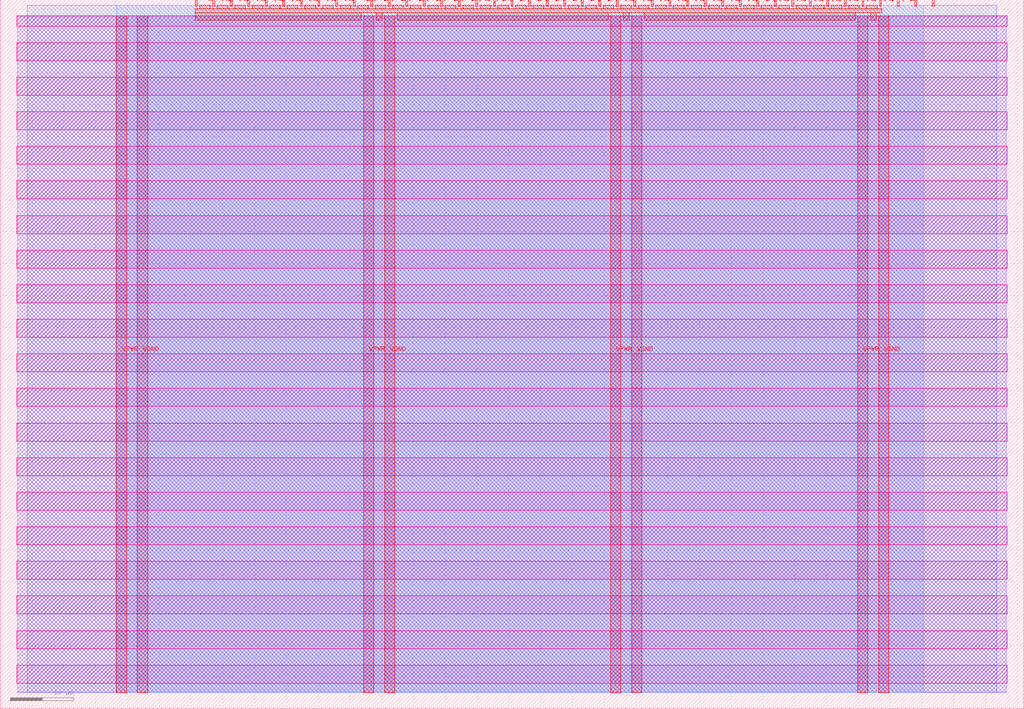
<source format=lef>
VERSION 5.7 ;
  NOWIREEXTENSIONATPIN ON ;
  DIVIDERCHAR "/" ;
  BUSBITCHARS "[]" ;
MACRO tt_um_cattuto_sr_latch
  CLASS BLOCK ;
  FOREIGN tt_um_cattuto_sr_latch ;
  ORIGIN 0.000 0.000 ;
  SIZE 161.000 BY 111.520 ;
  PIN VGND
    DIRECTION INOUT ;
    USE GROUND ;
    PORT
      LAYER met4 ;
        RECT 21.580 2.480 23.180 109.040 ;
    END
    PORT
      LAYER met4 ;
        RECT 60.450 2.480 62.050 109.040 ;
    END
    PORT
      LAYER met4 ;
        RECT 99.320 2.480 100.920 109.040 ;
    END
    PORT
      LAYER met4 ;
        RECT 138.190 2.480 139.790 109.040 ;
    END
  END VGND
  PIN VPWR
    DIRECTION INOUT ;
    USE POWER ;
    PORT
      LAYER met4 ;
        RECT 18.280 2.480 19.880 109.040 ;
    END
    PORT
      LAYER met4 ;
        RECT 57.150 2.480 58.750 109.040 ;
    END
    PORT
      LAYER met4 ;
        RECT 96.020 2.480 97.620 109.040 ;
    END
    PORT
      LAYER met4 ;
        RECT 134.890 2.480 136.490 109.040 ;
    END
  END VPWR
  PIN clk
    DIRECTION INPUT ;
    USE SIGNAL ;
    PORT
      LAYER met4 ;
        RECT 143.830 110.520 144.130 111.520 ;
    END
  END clk
  PIN ena
    DIRECTION INPUT ;
    USE SIGNAL ;
    PORT
      LAYER met4 ;
        RECT 146.590 110.520 146.890 111.520 ;
    END
  END ena
  PIN rst_n
    DIRECTION INPUT ;
    USE SIGNAL ;
    PORT
      LAYER met4 ;
        RECT 141.070 110.520 141.370 111.520 ;
    END
  END rst_n
  PIN ui_in[0]
    DIRECTION INPUT ;
    USE SIGNAL ;
    ANTENNAGATEAREA 0.196500 ;
    PORT
      LAYER met4 ;
        RECT 138.310 110.520 138.610 111.520 ;
    END
  END ui_in[0]
  PIN ui_in[1]
    DIRECTION INPUT ;
    USE SIGNAL ;
    ANTENNAGATEAREA 0.196500 ;
    PORT
      LAYER met4 ;
        RECT 135.550 110.520 135.850 111.520 ;
    END
  END ui_in[1]
  PIN ui_in[2]
    DIRECTION INPUT ;
    USE SIGNAL ;
    PORT
      LAYER met4 ;
        RECT 132.790 110.520 133.090 111.520 ;
    END
  END ui_in[2]
  PIN ui_in[3]
    DIRECTION INPUT ;
    USE SIGNAL ;
    PORT
      LAYER met4 ;
        RECT 130.030 110.520 130.330 111.520 ;
    END
  END ui_in[3]
  PIN ui_in[4]
    DIRECTION INPUT ;
    USE SIGNAL ;
    PORT
      LAYER met4 ;
        RECT 127.270 110.520 127.570 111.520 ;
    END
  END ui_in[4]
  PIN ui_in[5]
    DIRECTION INPUT ;
    USE SIGNAL ;
    PORT
      LAYER met4 ;
        RECT 124.510 110.520 124.810 111.520 ;
    END
  END ui_in[5]
  PIN ui_in[6]
    DIRECTION INPUT ;
    USE SIGNAL ;
    PORT
      LAYER met4 ;
        RECT 121.750 110.520 122.050 111.520 ;
    END
  END ui_in[6]
  PIN ui_in[7]
    DIRECTION INPUT ;
    USE SIGNAL ;
    PORT
      LAYER met4 ;
        RECT 118.990 110.520 119.290 111.520 ;
    END
  END ui_in[7]
  PIN uio_in[0]
    DIRECTION INPUT ;
    USE SIGNAL ;
    PORT
      LAYER met4 ;
        RECT 116.230 110.520 116.530 111.520 ;
    END
  END uio_in[0]
  PIN uio_in[1]
    DIRECTION INPUT ;
    USE SIGNAL ;
    PORT
      LAYER met4 ;
        RECT 113.470 110.520 113.770 111.520 ;
    END
  END uio_in[1]
  PIN uio_in[2]
    DIRECTION INPUT ;
    USE SIGNAL ;
    PORT
      LAYER met4 ;
        RECT 110.710 110.520 111.010 111.520 ;
    END
  END uio_in[2]
  PIN uio_in[3]
    DIRECTION INPUT ;
    USE SIGNAL ;
    PORT
      LAYER met4 ;
        RECT 107.950 110.520 108.250 111.520 ;
    END
  END uio_in[3]
  PIN uio_in[4]
    DIRECTION INPUT ;
    USE SIGNAL ;
    PORT
      LAYER met4 ;
        RECT 105.190 110.520 105.490 111.520 ;
    END
  END uio_in[4]
  PIN uio_in[5]
    DIRECTION INPUT ;
    USE SIGNAL ;
    PORT
      LAYER met4 ;
        RECT 102.430 110.520 102.730 111.520 ;
    END
  END uio_in[5]
  PIN uio_in[6]
    DIRECTION INPUT ;
    USE SIGNAL ;
    PORT
      LAYER met4 ;
        RECT 99.670 110.520 99.970 111.520 ;
    END
  END uio_in[6]
  PIN uio_in[7]
    DIRECTION INPUT ;
    USE SIGNAL ;
    PORT
      LAYER met4 ;
        RECT 96.910 110.520 97.210 111.520 ;
    END
  END uio_in[7]
  PIN uio_oe[0]
    DIRECTION OUTPUT ;
    USE SIGNAL ;
    ANTENNADIFFAREA 0.445500 ;
    PORT
      LAYER met4 ;
        RECT 49.990 110.520 50.290 111.520 ;
    END
  END uio_oe[0]
  PIN uio_oe[1]
    DIRECTION OUTPUT ;
    USE SIGNAL ;
    ANTENNADIFFAREA 0.445500 ;
    PORT
      LAYER met4 ;
        RECT 47.230 110.520 47.530 111.520 ;
    END
  END uio_oe[1]
  PIN uio_oe[2]
    DIRECTION OUTPUT ;
    USE SIGNAL ;
    ANTENNADIFFAREA 0.445500 ;
    PORT
      LAYER met4 ;
        RECT 44.470 110.520 44.770 111.520 ;
    END
  END uio_oe[2]
  PIN uio_oe[3]
    DIRECTION OUTPUT ;
    USE SIGNAL ;
    ANTENNADIFFAREA 0.445500 ;
    PORT
      LAYER met4 ;
        RECT 41.710 110.520 42.010 111.520 ;
    END
  END uio_oe[3]
  PIN uio_oe[4]
    DIRECTION OUTPUT ;
    USE SIGNAL ;
    ANTENNADIFFAREA 0.445500 ;
    PORT
      LAYER met4 ;
        RECT 38.950 110.520 39.250 111.520 ;
    END
  END uio_oe[4]
  PIN uio_oe[5]
    DIRECTION OUTPUT ;
    USE SIGNAL ;
    ANTENNADIFFAREA 0.445500 ;
    PORT
      LAYER met4 ;
        RECT 36.190 110.520 36.490 111.520 ;
    END
  END uio_oe[5]
  PIN uio_oe[6]
    DIRECTION OUTPUT ;
    USE SIGNAL ;
    ANTENNADIFFAREA 0.445500 ;
    PORT
      LAYER met4 ;
        RECT 33.430 110.520 33.730 111.520 ;
    END
  END uio_oe[6]
  PIN uio_oe[7]
    DIRECTION OUTPUT ;
    USE SIGNAL ;
    ANTENNADIFFAREA 0.445500 ;
    PORT
      LAYER met4 ;
        RECT 30.670 110.520 30.970 111.520 ;
    END
  END uio_oe[7]
  PIN uio_out[0]
    DIRECTION OUTPUT ;
    USE SIGNAL ;
    ANTENNADIFFAREA 0.445500 ;
    PORT
      LAYER met4 ;
        RECT 72.070 110.520 72.370 111.520 ;
    END
  END uio_out[0]
  PIN uio_out[1]
    DIRECTION OUTPUT ;
    USE SIGNAL ;
    ANTENNADIFFAREA 0.445500 ;
    PORT
      LAYER met4 ;
        RECT 69.310 110.520 69.610 111.520 ;
    END
  END uio_out[1]
  PIN uio_out[2]
    DIRECTION OUTPUT ;
    USE SIGNAL ;
    ANTENNADIFFAREA 0.445500 ;
    PORT
      LAYER met4 ;
        RECT 66.550 110.520 66.850 111.520 ;
    END
  END uio_out[2]
  PIN uio_out[3]
    DIRECTION OUTPUT ;
    USE SIGNAL ;
    ANTENNADIFFAREA 0.445500 ;
    PORT
      LAYER met4 ;
        RECT 63.790 110.520 64.090 111.520 ;
    END
  END uio_out[3]
  PIN uio_out[4]
    DIRECTION OUTPUT ;
    USE SIGNAL ;
    ANTENNADIFFAREA 0.445500 ;
    PORT
      LAYER met4 ;
        RECT 61.030 110.520 61.330 111.520 ;
    END
  END uio_out[4]
  PIN uio_out[5]
    DIRECTION OUTPUT ;
    USE SIGNAL ;
    ANTENNADIFFAREA 0.445500 ;
    PORT
      LAYER met4 ;
        RECT 58.270 110.520 58.570 111.520 ;
    END
  END uio_out[5]
  PIN uio_out[6]
    DIRECTION OUTPUT ;
    USE SIGNAL ;
    ANTENNADIFFAREA 0.445500 ;
    PORT
      LAYER met4 ;
        RECT 55.510 110.520 55.810 111.520 ;
    END
  END uio_out[6]
  PIN uio_out[7]
    DIRECTION OUTPUT ;
    USE SIGNAL ;
    ANTENNADIFFAREA 0.445500 ;
    PORT
      LAYER met4 ;
        RECT 52.750 110.520 53.050 111.520 ;
    END
  END uio_out[7]
  PIN uo_out[0]
    DIRECTION OUTPUT ;
    USE SIGNAL ;
    ANTENNADIFFAREA 0.795200 ;
    PORT
      LAYER met4 ;
        RECT 94.150 110.520 94.450 111.520 ;
    END
  END uo_out[0]
  PIN uo_out[1]
    DIRECTION OUTPUT ;
    USE SIGNAL ;
    ANTENNADIFFAREA 0.445500 ;
    PORT
      LAYER met4 ;
        RECT 91.390 110.520 91.690 111.520 ;
    END
  END uo_out[1]
  PIN uo_out[2]
    DIRECTION OUTPUT ;
    USE SIGNAL ;
    ANTENNADIFFAREA 0.445500 ;
    PORT
      LAYER met4 ;
        RECT 88.630 110.520 88.930 111.520 ;
    END
  END uo_out[2]
  PIN uo_out[3]
    DIRECTION OUTPUT ;
    USE SIGNAL ;
    ANTENNADIFFAREA 0.445500 ;
    PORT
      LAYER met4 ;
        RECT 85.870 110.520 86.170 111.520 ;
    END
  END uo_out[3]
  PIN uo_out[4]
    DIRECTION OUTPUT ;
    USE SIGNAL ;
    ANTENNADIFFAREA 0.445500 ;
    PORT
      LAYER met4 ;
        RECT 83.110 110.520 83.410 111.520 ;
    END
  END uo_out[4]
  PIN uo_out[5]
    DIRECTION OUTPUT ;
    USE SIGNAL ;
    ANTENNADIFFAREA 0.445500 ;
    PORT
      LAYER met4 ;
        RECT 80.350 110.520 80.650 111.520 ;
    END
  END uo_out[5]
  PIN uo_out[6]
    DIRECTION OUTPUT ;
    USE SIGNAL ;
    ANTENNADIFFAREA 0.445500 ;
    PORT
      LAYER met4 ;
        RECT 77.590 110.520 77.890 111.520 ;
    END
  END uo_out[6]
  PIN uo_out[7]
    DIRECTION OUTPUT ;
    USE SIGNAL ;
    ANTENNADIFFAREA 0.445500 ;
    PORT
      LAYER met4 ;
        RECT 74.830 110.520 75.130 111.520 ;
    END
  END uo_out[7]
  OBS
      LAYER nwell ;
        RECT 2.570 107.385 158.430 108.990 ;
        RECT 2.570 101.945 158.430 104.775 ;
        RECT 2.570 96.505 158.430 99.335 ;
        RECT 2.570 91.065 158.430 93.895 ;
        RECT 2.570 85.625 158.430 88.455 ;
        RECT 2.570 80.185 158.430 83.015 ;
        RECT 2.570 74.745 158.430 77.575 ;
        RECT 2.570 69.305 158.430 72.135 ;
        RECT 2.570 63.865 158.430 66.695 ;
        RECT 2.570 58.425 158.430 61.255 ;
        RECT 2.570 52.985 158.430 55.815 ;
        RECT 2.570 47.545 158.430 50.375 ;
        RECT 2.570 42.105 158.430 44.935 ;
        RECT 2.570 36.665 158.430 39.495 ;
        RECT 2.570 31.225 158.430 34.055 ;
        RECT 2.570 25.785 158.430 28.615 ;
        RECT 2.570 20.345 158.430 23.175 ;
        RECT 2.570 14.905 158.430 17.735 ;
        RECT 2.570 9.465 158.430 12.295 ;
        RECT 2.570 4.025 158.430 6.855 ;
      LAYER li1 ;
        RECT 2.760 2.635 158.240 108.885 ;
      LAYER met1 ;
        RECT 2.760 2.480 158.240 109.040 ;
      LAYER met2 ;
        RECT 4.240 2.535 156.760 110.685 ;
      LAYER met3 ;
        RECT 18.290 2.555 145.295 110.665 ;
      LAYER met4 ;
        RECT 31.370 110.120 33.030 110.665 ;
        RECT 34.130 110.120 35.790 110.665 ;
        RECT 36.890 110.120 38.550 110.665 ;
        RECT 39.650 110.120 41.310 110.665 ;
        RECT 42.410 110.120 44.070 110.665 ;
        RECT 45.170 110.120 46.830 110.665 ;
        RECT 47.930 110.120 49.590 110.665 ;
        RECT 50.690 110.120 52.350 110.665 ;
        RECT 53.450 110.120 55.110 110.665 ;
        RECT 56.210 110.120 57.870 110.665 ;
        RECT 58.970 110.120 60.630 110.665 ;
        RECT 61.730 110.120 63.390 110.665 ;
        RECT 64.490 110.120 66.150 110.665 ;
        RECT 67.250 110.120 68.910 110.665 ;
        RECT 70.010 110.120 71.670 110.665 ;
        RECT 72.770 110.120 74.430 110.665 ;
        RECT 75.530 110.120 77.190 110.665 ;
        RECT 78.290 110.120 79.950 110.665 ;
        RECT 81.050 110.120 82.710 110.665 ;
        RECT 83.810 110.120 85.470 110.665 ;
        RECT 86.570 110.120 88.230 110.665 ;
        RECT 89.330 110.120 90.990 110.665 ;
        RECT 92.090 110.120 93.750 110.665 ;
        RECT 94.850 110.120 96.510 110.665 ;
        RECT 97.610 110.120 99.270 110.665 ;
        RECT 100.370 110.120 102.030 110.665 ;
        RECT 103.130 110.120 104.790 110.665 ;
        RECT 105.890 110.120 107.550 110.665 ;
        RECT 108.650 110.120 110.310 110.665 ;
        RECT 111.410 110.120 113.070 110.665 ;
        RECT 114.170 110.120 115.830 110.665 ;
        RECT 116.930 110.120 118.590 110.665 ;
        RECT 119.690 110.120 121.350 110.665 ;
        RECT 122.450 110.120 124.110 110.665 ;
        RECT 125.210 110.120 126.870 110.665 ;
        RECT 127.970 110.120 129.630 110.665 ;
        RECT 130.730 110.120 132.390 110.665 ;
        RECT 133.490 110.120 135.150 110.665 ;
        RECT 136.250 110.120 137.910 110.665 ;
        RECT 30.655 109.440 138.625 110.120 ;
        RECT 30.655 108.295 56.750 109.440 ;
        RECT 59.150 108.295 60.050 109.440 ;
        RECT 62.450 108.295 95.620 109.440 ;
        RECT 98.020 108.295 98.920 109.440 ;
        RECT 101.320 108.295 134.490 109.440 ;
        RECT 136.890 108.295 137.790 109.440 ;
  END
END tt_um_cattuto_sr_latch
END LIBRARY


</source>
